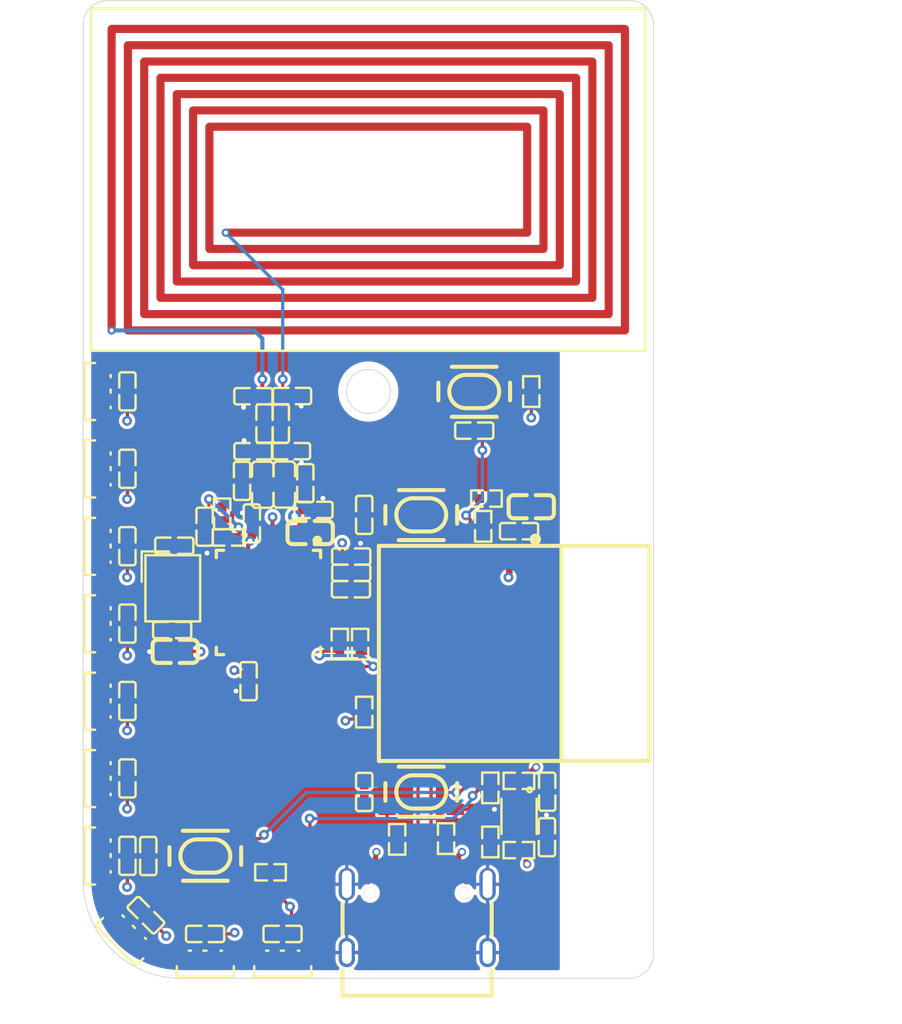
<source format=kicad_pcb>
(kicad_pcb (version 20241229) (generator "pcbnew") (generator_version "9.0")
  (layers (0 "F.Cu" signal) (4 "In1.Cu" signal) (6 "In2.Cu" signal) (2 "B.Cu" signal) (13 "F.Paste" user) (15 "B.Paste" user) (5 "F.SilkS" user "F.Silkscreen") (7 "B.SilkS" user "B.Silkscreen") (1 "F.Mask" user) (3 "B.Mask" user) (25 "Edge.Cuts" user))
  (net 0 "")
  (net 1 "-DOUT-6")
  (net 2 "SCK_P72")
  (net 3 "microcontroller.esp32_module.package.footprint.pins[6].net-net")
  (net 4 "nfc_reader.package.footprint.pins[13].net-net")
  (net 5 "MISO_P71")
  (net 6 "microcontroller.esp32_module.package.footprint.pins[26].net-net")
  (net 7 "usb_c.conn.footprint.pins[0].net-net")
  (net 8 "B8")
  (net 9 "microcontroller.esp32_module.package.footprint.pins[8].net-net")
  (net 10 "-DOUT-3")
  (net 11 "-DOUT-2")
  (net 12 "line-9")
  (net 13 "line-5")
  (net 14 "microcontroller.esp32_module.package.footprint.pins[17].net-net")
  (net 15 "nfc_reader-input")
  (net 16 "tx_1_mid")
  (net 17 "microcontroller.esp32_module.package.footprint.pins[27].net-net")
  (net 18 "hv-0")
  (net 19 "FB")
  (net 20 "input-2")
  (net 21 "line-11")
  (net 22 "microcontroller.esp32_module.package.footprint.pins[33].net-net")
  (net 23 "microcontroller.esp32_module.package.footprint.pins[20].net-net")
  (net 24 "P34_SIC_CLK")
  (net 25 "line-3")
  (net 26 "RX")
  (net 27 "EN")
  (net 28 "microcontroller.esp32_module.package.footprint.pins[16].net-net")
  (net 29 "SIGIN")
  (net 30 "line-10")
  (net 31 "microcontroller.esp32_module.package.footprint.pins[28].net-net")
  (net 32 "microcontroller.esp32_module.package.footprint.pins[21].net-net")
  (net 33 "A5")
  (net 34 "tx_2_mid")
  (net 35 "microcontroller.esp32_module.package.footprint.pins[1].net-net")
  (net 36 "P30_UART_RX")
  (net 37 "TX1")
  (net 38 "-DOUT-4")
  (net 39 "P31_UART_TX")
  (net 40 "microcontroller.esp32_module.package.footprint.pins[50].net-net")
  (net 41 "A8")
  (net 42 "nfc_reader-output")
  (net 43 "P33_INT1")
  (net 44 "P35")
  (net 45 "AUX2")
  (net 46 "AUX1")
  (net 47 "DNC")
  (net 48 "-DOUT-1")
  (net 49 "output-0")
  (net 50 "microcontroller.esp32_module.package.footprint.pins[52].net-net")
  (net 51 "-DOUT-5")
  (net 52 "output-3")
  (net 53 "B5")
  (net 54 "gnd")
  (net 55 "hv-1")
  (net 56 "line-2")
  (net 57 "leds[9]-DOUT")
  (net 58 "line-4")
  (net 59 "line-0")
  (net 60 "LOADMOD")
  (net 61 "SIGOUT")
  (net 62 "nfc_reader.package.footprint.pins[12].net-net")
  (net 63 "line-7")
  (net 64 "line-6")
  (net 65 "nfc_reader.package.footprint.pins[14].net-net")
  (net 66 "-DOUT-7")
  (net 67 "microcontroller.esp32_module.package.footprint.pins[25].net-net")
  (net 68 "TX2")
  (net 69 "P32_INT0")
  (net 70 "RSTPD_N")
  (net 71 "VMID")
  (net 72 "-DOUT-8")
  (net 73 "line-1")
  (net 74 "-DOUT-0")
  (net 75 "output-2")
  (net 76 "input-0")
  (net 77 "input-1")
  (net 78 "-line-0")
  (net 79 "line-8")
  (net 80 "-line-1")
  (net 81 "output-1")
  (footprint "UNI_ROYAL_0402WGF4702TCE:R0402" (layer "F.Cu") (at 7.49 27.6375 90)
    (property "Reference" "R3" (hide yes))
    (property "Value" "47kΩ ±1% 62.5mW")
  )
  (footprint "Samsung_Electro_Mechanics_CL05B104KO5NNNC:C0402" (layer "F.Cu") (at -13.64644 32.129494 135)
    (property "Reference" "C5" (hide yes))
    (property "Value" "100nF ±10% 16V X7R")
  )
  (footprint "UNI_ROYAL_0402WGF1002TCE:R0402" (layer "F.Cu") (at 10 0 -90)
    (property "Reference" "R1" (hide yes))
    (property "Value" "10kΩ ±1% 62.5mW")
  )
  (footprint "Samsung_Electro_Mechanics_CL05B104KO5NNNC:C0402" (layer "F.Cu") (at -0.25 24.5675 90)
    (property "Reference" "C13" (hide yes))
    (property "Value" "100nF ±10% 16V X7R")
  )
  (footprint "Samsung_Electro_Mechanics_CL05B104KO5NNNC:C0402" (layer "F.Cu") (at -1.045 11.1225)
    (property "Reference" "C17" (hide yes))
    (property "Value" "100nF ±10% 16V X7R")
  )
  (footprint "Samsung_Electro_Mechanics_CL05B104KO5NNNC:C0402" (layer "F.Cu") (at -14.780901 14.238017 90)
    (property "Reference" "C9" (hide yes))
    (property "Value" "100nF ±10% 16V X7R")
  )
  (footprint "OPSCO_Optoelectronics_SK6805SIDE_G_001:LED-SMD_4P-L3.5-W1.6_SK6805SIDE-G-001" (layer "F.Cu") (at -10 34.5)
    (property "Reference" "U3" (hide yes))
    (property "Value" "")
  )
  (footprint "Samsung_Electro_Mechanics_CL05B104KO5NNNC:C0402" (layer "F.Cu") (at -0.25 7.5675 -90)
    (property "Reference" "C14" (hide yes))
    (property "Value" "100nF ±10% 16V X7R")
  )
  (footprint "Samsung_Electro_Mechanics_CL05B104KO5NNNC:C0402" (layer "F.Cu") (at -7.145 8.0925 90)
    (property "Reference" "C24" (hide yes))
    (property "Value" "100nF ±10% 16V X7R")
  )
  (footprint "OPSCO_Optoelectronics_SK6805SIDE_G_001:LED-SMD_4P-L3.5-W1.6_SK6805SIDE-G-001" (layer "F.Cu") (at -16 28.5 -90)
    (property "Reference" "U5" (hide yes))
    (property "Value" "")
  )
  (footprint "UNI_ROYAL_0402WGF1001TCE:R0402" (layer "F.Cu") (at -8.596646 8.956726 180)
    (property "Reference" "R11" (hide yes))
    (property "Value" "1kΩ ±1% 62.5mW")
  )
  (footprint "OPSCO_Optoelectronics_SK6805SIDE_G_001:LED-SMD_4P-L3.5-W1.6_SK6805SIDE-G-001" (layer "F.Cu") (at -16 9.5 -90)
    (property "Reference" "U9" (hide yes))
    (property "Value" "")
  )
  (footprint "FH_0402CG101J500NT:C0402" (layer "F.Cu") (at -7.052243 0.288007 180)
    (property "Reference" "C31" (hide yes))
    (property "Value" "100pF ±5% 50V C0G")
  )
  (footprint "Samsung_Electro_Mechanics_CL05B104KO5NNNC:C0402" (layer "F.Cu") (at -6.367262 1.962389 90)
    (property "Reference" "C33" (hide yes))
    (property "Value" "100nF ±10% 16V X7R")
  )
  (footprint "Samsung_Electro_Mechanics_CL05B104KO5NNNC:C0402" (layer "F.Cu") (at -5.366601 1.969751 90)
    (property "Reference" "C30" (hide yes))
    (property "Value" "100nF ±10% 16V X7R")
  )
  (footprint "UNI_ROYAL_0402WGF1002TCE:R0402" (layer "F.Cu") (at 9.24 23.8875 180)
    (property "Reference" "R6" (hide yes))
    (property "Value" "10kΩ ±1% 62.5mW")
  )
  (footprint "UNI_ROYAL_0402WGF2001TCE:R0402" (layer "F.Cu") (at 7.49 24.3175 -90)
    (property "Reference" "R5" (hide yes))
    (property "Value" "2kΩ ±1% 62.5mW")
  )
  (footprint "Samsung_Electro_Mechanics_CL05A105KA5NQNC:C0402" (layer "F.Cu") (at 10.978139 24.552104 -90)
    (property "Reference" "C1" (hide yes))
    (property "Value" "1µF ±10% 25V X5R")
  )
  (footprint "UNI_ROYAL_0402WGF1002TCE:R0402" (layer "F.Cu") (at -1.75 15.5 90)
    (property "Reference" "R13" (hide yes))
    (property "Value" "10kΩ ±1% 62.5mW")
  )
  (footprint "YAGEO_CC0402JRNPO9BN200:C0402" (layer "F.Cu") (at -12.035 14.6325 180)
    (property "Reference" "C20" (hide yes))
    (property "Value" "20pF ±5% 50V C0G")
  )
  (footprint "Samsung_Electro_Mechanics_CL05B104KO5NNNC:C0402" (layer "F.Cu") (at -13.5 28.5 90)
    (property "Reference" "C37" (hide yes))
    (property "Value" "100nF ±10% 16V X7R")
  )
  (footprint "FH_0402CG101J500NT:C0402" (layer "F.Cu") (at -4.676911 0.276274)
    (property "Reference" "C28" (hide yes))
    (property "Value" "100pF ±5% 50V C0G")
  )
  (footprint "Samsung_Electro_Mechanics_CL05B104KO5NNNC:C0402" (layer "F.Cu") (at -7.745 5.4825 -90)
    (property "Reference" "C26" (hide yes))
    (property "Value" "100nF ±10% 16V X7R")
  )
  (footprint "UNI_ROYAL_0402WGF1002TCE:R0402" (layer "F.Cu") (at -0.25 19.6675 -90)
    (property "Reference" "R8" (hide yes))
    (property "Value" "10kΩ ±1% 62.5mW")
  )
  (footprint "Neurotech_NFCAntenna:NFCAntenna" (layer "F.Cu") (at -16 -22.5)
    (property "Reference" "ANT1" (hide yes))
    (property "Value" "")
  )
  (footprint "OPSCO_Optoelectronics_SK6805SIDE_G_001:LED-SMD_4P-L3.5-W1.6_SK6805SIDE-G-001" (layer "F.Cu") (at -16 0 -90)
    (property "Reference" "U11" (hide yes))
    (property "Value" "")
  )
  (footprint "UNI_ROYAL_0402WGF1503TCE:R0402" (layer "F.Cu") (at 9.24 28.1375 180)
    (property "Reference" "R4" (hide yes))
    (property "Value" "150kΩ ±1% 62.5mW")
  )
  (footprint "Samsung_Electro_Mechanics_CL05B104KO5NNNC:C0402" (layer "F.Cu") (at -14.780901 23.738017 90)
    (property "Reference" "C7" (hide yes))
    (property "Value" "100nF ±10% 16V X7R")
  )
  (footprint "Samsung_Electro_Mechanics_CL10A226MQ8NRNC:C0603" (layer "F.Cu") (at 10 7.0675)
    (property "Reference" "C15" (hide yes))
    (property "Value" "22µF ±20% 6.3V X5R")
  )
  (footprint "Yangxing_Tech_X32252712MSB4SI:CRYSTAL-SMD_4P-L3.2-W2.5-BL" (layer "F.Cu") (at -11.995 12.0725 -90)
    (property "Reference" "X1" (hide yes))
    (property "Value" "")
  )
  (footprint "TI_TLV75901PDRVR:WSON-6_L2.0-W2.0-P0.65-TL-EP" (layer "F.Cu") (at 9.25 26.0675 -90)
    (property "Reference" "U1" (hide yes))
    (property "Value" "")
  )
  (footprint "ALPSALPINE_SKRPACE010:KEY-SMD_4P-L4.2-W3.2-P2.20-LS4.6" (layer "F.Cu") (at 3.25 24.5675 180)
    (property "Reference" "SW3" (hide yes))
    (property "Value" "")
  )
  (footprint "UNI_ROYAL_0402WGF1002TCE:R0402" (layer "F.Cu") (at -6 29.5)
    (property "Reference" "R2" (hide yes))
    (property "Value" "10kΩ ±1% 62.5mW")
  )
  (footprint "ALPSALPINE_SKRPACE010:KEY-SMD_4P-L4.2-W3.2-P2.20-LS4.6" (layer "F.Cu") (at -10 28.5 180)
    (property "Reference" "SW2" (hide yes))
    (property "Value" "")
  )
  (footprint "Samsung_Electro_Mechanics_CL05B104KO5NNNC:C0402" (layer "F.Cu") (at -10.011983 33.280901 180)
    (property "Reference" "C4" (hide yes))
    (property "Value" "100nF ±10% 16V X7R")
  )
  (footprint "UNI_ROYAL_0402WGF4701TCE:R0402" (layer "F.Cu") (at 1.772949 27.477503 90)
    (property "Reference" "R14" (hide yes))
    (property "Value" "4.7kΩ ±1% 62.5mW")
  )
  (footprint "Samsung_Electro_Mechanics_CL05B104KO5NNNC:C0402" (layer "F.Cu") (at -14.780901 18.988017 90)
    (property "Reference" "C8" (hide yes))
    (property "Value" "100nF ±10% 16V X7R")
  )
  (footprint "FH_0402B221K500NT:C0402" (layer "F.Cu") (at -7.047937 3.660921 180)
    (property "Reference" "C32" (hide yes))
    (property "Value" "220pF ±10% 50V X7R")
  )
  (footprint "OPSCO_Optoelectronics_SK6805SIDE_G_001:LED-SMD_4P-L3.5-W1.6_SK6805SIDE-G-001" (layer "F.Cu") (at -5.25 34.5)
    (property "Reference" "U2" (hide yes))
    (property "Value" "")
  )
  (footprint "Murata_Electronics_LQW18CNR56J00D:IND-SMD_L1.6-W0.8-1" (layer "F.Cu") (at -6.465 5.7125 90)
    (property "Reference" "L2" (hide yes))
    (property "Value" "")
  )
  (footprint "YAGEO_CC0402JRNPO9BN200:C0402" (layer "F.Cu") (at -11.905 9.4625)
    (property "Reference" "C19" (hide yes))
    (property "Value" "20pF ±5% 50V C0G")
  )
  (footprint "Samsung_Electro_Mechanics_CL05B104KO5NNNC:C0402" (layer "F.Cu") (at -14.780901 9.488017 90)
    (property "Reference" "C10" (hide yes))
    (property "Value" "100nF ±10% 16V X7R")
  )
  (footprint "ALPSALPINE_SKRPACE010:KEY-SMD_4P-L4.2-W3.2-P2.20-LS4.6" (layer "F.Cu") (at 3.25 7.5675)
    (property "Reference" "SW4" (hide yes))
    (property "Value" "")
  )
  (footprint "Samsung_Electro_Mechanics_CL05B104KO5NNNC:C0402" (layer "F.Cu") (at -7.345 17.7725 -90)
    (property "Reference" "C25" (hide yes))
    (property "Value" "100nF ±10% 16V X7R")
  )
  (footprint "Samsung_Electro_Mechanics_CL05B104KO5NNNC:C0402" (layer "F.Cu") (at -3.865 5.6225 90)
    (property "Reference" "C27" (hide yes))
    (property "Value" "100nF ±10% 16V X7R")
  )
  (footprint "NXP_Semicon_PN5321A3HN_C106_51:QFN-40_L6.0-W6.0-P0.50-BL-EP4.1" (layer "F.Cu") (at -6.125 12.9425 180)
    (property "Reference" "U13" (hide yes))
    (property "Value" "")
  )
  (footprint "OPSCO_Optoelectronics_SK6805SIDE_G_001:LED-SMD_4P-L3.5-W1.6_SK6805SIDE-G-001" (layer "F.Cu") (at -16 14.25 -90)
    (property "Reference" "U8" (hide yes))
    (property "Value" "")
  )
  (footprint "Samsung_Electro_Mechanics_CL05B104KO5NNNC:C0402" (layer "F.Cu") (at -14.780901 -0.011983 90)
    (property "Reference" "C12" (hide yes))
    (property "Value" "100nF ±10% 16V X7R")
  )
  (footprint "Samsung_Electro_Mechanics_CL05B104KO5NNNC:C0402" (layer "F.Cu") (at 9.25 8.5675)
    (property "Reference" "C16" (hide yes))
    (property "Value" "100nF ±10% 16V X7R")
  )
  (footprint "kinghelm_KH_TYPE_C_16P:USB-C-SMD_KH-TYPE-C-16P" (layer "F.Cu") (at 3 32)
    (property "Reference" "USB1" (hide yes))
    (property "Value" "")
  )
  (footprint "Samsung_Electro_Mechanics_CL10A106MQ8NNNC:C0603" (layer "F.Cu") (at -3.565 8.6525)
    (property "Reference" "C23" (hide yes))
    (property "Value" "10µF ±20% 6.3V X5R")
  )
  (footprint "OPSCO_Optoelectronics_SK6805SIDE_G_001:LED-SMD_4P-L3.5-W1.6_SK6805SIDE-G-001" (layer "F.Cu") (at -14.5 33 -45)
    (property "Reference" "U4" (hide yes))
    (property "Value" "")
  )
  (footprint "Samsung_Electro_Mechanics_CL05B104KO5NNNC:C0402" (layer "F.Cu") (at -14.780901 28.488017 90)
    (property "Reference" "C6" (hide yes))
    (property "Value" "100nF ±10% 16V X7R")
  )
  (footprint "UNI_ROYAL_0402WGF1002TCE:R0402" (layer "F.Cu") (at -0.5 15.5 90)
    (property "Reference" "R12" (hide yes))
    (property "Value" "10kΩ ±1% 62.5mW")
  )
  (footprint "OPSCO_Optoelectronics_SK6805SIDE_G_001:LED-SMD_4P-L3.5-W1.6_SK6805SIDE-G-001" (layer "F.Cu") (at -16 19 -90)
    (property "Reference" "U7" (hide yes))
    (property "Value" "")
  )
  (footprint "Samsung_Electro_Mechanics_CL05B104KO5NNNC:C0402" (layer "F.Cu") (at -1.065 12.1325)
    (property "Reference" "C18" (hide yes))
    (property "Value" "100nF ±10% 16V X7R")
  )
  (footprint "Samsung_Electro_Mechanics_CL05B104KO5NNNC:C0402" (layer "F.Cu") (at -10.045 8.2925 -90)
    (property "Reference" "C35" (hide yes))
    (property "Value" "100nF ±10% 16V X7R")
  )
  (footprint "Espressif_Systems_ESP32_C3_MINI_1_N4:WIFIM-SMD_ESP32-C3-MINI-1" (layer "F.Cu") (at 6.25 16.0675 -90)
    (property "Reference" "U12" (hide yes))
    (property "Value" "")
  )
  (footprint "ALPSALPINE_SKRPACE010:KEY-SMD_4P-L4.2-W3.2-P2.20-LS4.6" (layer "F.Cu") (at 6.5 0)
    (property "Reference" "SW1" (hide yes))
    (property "Value" "")
  )
  (footprint "Samsung_Electro_Mechanics_CL05B104KO5NNNC:C0402" (layer "F.Cu") (at -14.780901 4.738017 90)
    (property "Reference" "C11" (hide yes))
    (property "Value" "100nF ±10% 16V X7R")
  )
  (footprint "FH_0402B221K500NT:C0402" (layer "F.Cu") (at -4.742266 3.657294)
    (property "Reference" "C29" (hide yes))
    (property "Value" "220pF ±10% 50V X7R")
  )
  (footprint "UNI_ROYAL_0402WGF1002TCE:R0402" (layer "F.Cu") (at 7.05 8.2675 90)
    (property "Reference" "R7" (hide yes))
    (property "Value" "10kΩ ±1% 62.5mW")
  )
  (footprint "OPSCO_Optoelectronics_SK6805SIDE_G_001:LED-SMD_4P-L3.5-W1.6_SK6805SIDE-G-001" (layer "F.Cu") (at -16 4.75 -90)
    (property "Reference" "U10" (hide yes))
    (property "Value" "")
  )
  (footprint "Samsung_Electro_Mechanics_CL05B104KO5NNNC:C0402" (layer "F.Cu") (at 6.5 2.4)
    (property "Reference" "C36" (hide yes))
    (property "Value" "100nF ±10% 16V X7R")
  )
  (footprint "OPSCO_Optoelectronics_SK6805SIDE_G_001:LED-SMD_4P-L3.5-W1.6_SK6805SIDE-G-001" (layer "F.Cu") (at -16 23.75 -90)
    (property "Reference" "U6" (hide yes))
    (property "Value" "")
  )
  (footprint "UNI_ROYAL_0402WGF4701TCE:R0402" (layer "F.Cu") (at 4.773595 27.43043 90)
    (property "Reference" "R15" (hide yes))
    (property "Value" "4.7kΩ ±1% 62.5mW")
  )
  (footprint "Murata_Electronics_LQW18CNR56J00D:IND-SMD_L1.6-W0.8-1" (layer "F.Cu") (at -5.145 5.7025 90)
    (property "Reference" "L1" (hide yes))
    (property "Value" "")
  )
  (footprint "Samsung_Electro_Mechanics_CL10A106MQ8NNNC:C0603" (layer "F.Cu") (at -11.845 15.9425 180)
    (property "Reference" "C21" (hide yes))
    (property "Value" "10µF ±20% 6.3V X5R")
  )
  (footprint "UNI_ROYAL_0402WGF1002TCE:R0402" (layer "F.Cu") (at 7.25 6.5675)
    (property "Reference" "R9" (hide yes))
    (property "Value" "10kΩ ±1% 62.5mW")
  )
  (footprint "Samsung_Electro_Mechanics_CL05B104KO5NNNC:C0402" (layer "F.Cu") (at -3.365 7.2625)
    (property "Reference" "C22" (hide yes))
    (property "Value" "100nF ±10% 16V X7R")
  )
  (footprint "Samsung_Electro_Mechanics_CL05B104KO5NNNC:C0402" (layer "F.Cu") (at -1.045 10.1225)
    (property "Reference" "C34" (hide yes))
    (property "Value" "100nF ±10% 16V X7R")
  )
  (footprint "Samsung_Electro_Mechanics_CL05B104KO5NNNC:C0402" (layer "F.Cu") (at -5.261983 33.280901 180)
    (property "Reference" "C3" (hide yes))
    (property "Value" "100nF ±10% 16V X7R")
  )
  (footprint "UNI_ROYAL_0402WGF1001TCE:R0402" (layer "F.Cu") (at -8.965 7.504101 -90)
    (property "Reference" "R10" (hide yes))
    (property "Value" "1kΩ ±1% 62.5mW")
  )
  (footprint "Samsung_Electro_Mechanics_CL05A105KA5NQNC:C0402" (layer "F.Cu") (at 10.960399 27.346152 90)
    (property "Reference" "C2" (hide yes))
    (property "Value" "1µF ±10% 25V X5R")
  )
  (gr_arc (start 16 -24) (mid 17.06066 -23.56066) (end 17.5 -22.5) (stroke (width 0.05)) (layer "Edge.Cuts"))
  (gr_line (start -17.5 -22.5) (end -17.5 30) (stroke (width 0.05)) (layer "Edge.Cuts"))
  (gr_arc (start 17.5 34.5) (mid 17.06066 35.56066) (end 16 36) (stroke (width 0.05)) (layer "Edge.Cuts"))
  (gr_line (start 16 -24) (end -16 -24) (stroke (width 0.05)) (layer "Edge.Cuts"))
  (gr_arc (start -17.5 -22.5) (mid -17.06066 -23.56066) (end -16 -24) (stroke (width 0.05)) (layer "Edge.Cuts"))
  (gr_line (start 17.5 34.5) (end 17.5 -22.5) (stroke (width 0.05)) (layer "Edge.Cuts"))
  (gr_circle (center 0 0) (end 1.35 0) (stroke (width 0.05)) (fill no) (layer "Edge.Cuts"))
  (gr_arc (start -11.5 36) (mid -15.742641 34.242641) (end -17.5 30) (stroke (width 0.05)) (layer "Edge.Cuts"))
  (gr_line (start -11.5 36) (end 16 36) (stroke (width 0.05)) (layer "Edge.Cuts"))
  (segment (start -15.94 11.17) (end -15.94 12.59) (width 0.2) (layer "F.Cu") (net 1))
  (segment (start -15.94 26.84) (end -15.94 25.42) (width 0.2) (layer "F.Cu") (net 10))
  (segment (start -15.94 30.17) (end -15.94 31.475147) (width 0.2) (layer "F.Cu") (net 11))
  (segment (start -15.94 31.475147) (end -15.631371 31.783776) (width 0.2) (layer "F.Cu") (net 11))
  (segment (start 1.2155 17.802) (end -4.8322 17.802) (width 0.2) (layer "F.Cu") (net 12))
  (segment (start -4.8322 17.802) (end -5.875 16.7592) (width 0.2) (layer "F.Cu") (net 12))
  (segment (start -5.875 16.7592) (end -5.875 15.9425) (width 0.2) (layer "F.Cu") (net 12))
  (segment (start 1.35 17.6675) (end 1.2155 17.802) (width 0.2) (layer "F.Cu") (net 12))
  (segment (start -9.146 12.1715) (end -9.125 12.1925) (width 0.2) (layer "F.Cu") (net 15))
  (segment (start -12.845 10.9725) (end -12.845 11.1745) (width 0.2) (layer "F.Cu") (net 15))
  (segment (start -11.848 12.1715) (end -9.146 12.1715) (width 0.2) (layer "F.Cu") (net 15))
  (segment (start -12.845 11.1745) (end -11.848 12.1715) (width 0.2) (layer "F.Cu") (net 15))
  (segment (start -12.845 10.9725) (end -12.845 9.8525) (width 0.2) (layer "F.Cu") (net 15))
  (segment (start -12.845 9.8525) (end -12.455 9.4625) (width 0.2) (layer "F.Cu") (net 15))
  (segment (start -5.366601 2.519751) (end -5.366601 4.810472) (width 0.25) (layer "F.Cu") (net 16))
  (segment (start -5.366601 4.810472) (end -5.27236 4.904713) (width 0.25) (layer "F.Cu") (net 16))
  (segment (start -3.865 7.2125) (end -3.915 7.2625) (width 0.2) (layer "F.Cu") (net 18))
  (segment (start -3.865 6.1725) (end -3.865 7.2125) (width 0.2) (layer "F.Cu") (net 18))
  (segment (start -11.145 15.9425) (end -10.315 15.9425) (width 0.2) (layer "F.Cu") (net 18))
  (segment (start -14.780901 16.180901) (end -14.8 16.2) (width 0.2) (layer "F.Cu") (net 18))
  (segment (start -16.021983 14.788017) (end -16.06 14.75) (width 0.2) (layer "F.Cu") (net 18))
  (segment (start -5.875 7.7025) (end -5.875 9.9025) (width 0.25) (layer "F.Cu") (net 18))
  (segment (start -16.021983 29.038017) (end -16.06 29) (width 0.2) (layer "F.Cu") (net 18))
  (segment (start -14.780901 14.788017) (end -16.021983 14.788017) (width 0.2) (layer "F.Cu") (net 18))
  (segment (start -16.021983 10.038017) (end -16.06 10) (width 0.2) (layer "F.Cu") (net 18))
  (segment (start 10 0.43) (end 10 1.6) (width 0.2) (layer "F.Cu") (net 18))
  (segment (start 7.05 7.8375) (end 7.65 7.8375) (width 0.2) (layer "F.Cu") (net 18))
  (segment (start -8.105 17.2225) (end -8.225 17.1025) (width 0.2) (layer "F.Cu") (net 18))
  (segment (start 9.67 23.8875) (end 9.67 23.68) (width 0.4) (layer "F.Cu") (net 18))
  (segment (start 8.65 10.1675) (end 8.65 11.35) (width 0.4) (layer "F.Cu") (net 18))
  (segment (start -3.125 11.1925) (end -1.665 11.1925) (width 0.2) (layer "F.Cu") (net 18))
  (segment (start -4.176752 7.308872) (end -4.525 7.65712) (width 0.25) (layer "F.Cu") (net 18))
  (segment (start -14.780901 1.780901) (end -14.8 1.8) (width 0.2) (layer "F.Cu") (net 18))
  (segment (start -14.780901 6.580901) (end -14.8 6.6) (width 0.2) (layer "F.Cu") (net 18))
  (segment (start -1.615 10.1425) (end -1.595 10.1225) (width 0.2) (layer "F.Cu") (net 18))
  (segment (start -9.545 13.1925) (end -9.125 13.1925) (width 0.2) (layer "F.Cu") (net 18))
  (segment (start -13.257531 32.518403) (end -13.257531 32.542469) (width 0.2) (layer "F.Cu") (net 18))
  (segment (start -10.075 13.7225) (end -9.545 13.1925) (width 0.2) (layer "F.Cu") (net 18))
  (segment (start -1.815 10.1225) (end -1.595 10.1225) (width 0.2) (layer "F.Cu") (net 18))
  (segment (start -4.711983 33.280901) (end -4.711983 34.521983) (width 0.2) (layer "F.Cu") (net 18))
  (segment (start -14.780901 10.038017) (end -16.021983 10.038017) (width 0.2) (layer "F.Cu") (net 18))
  (segment (start -14.780901 24.288017) (end -16.021983 24.288017) (width 0.2) (layer "F.Cu") (net 18))
  (segment (start -14.780901 29.038017) (end -14.780901 30.380901) (width 0.2) (layer "F.Cu") (net 18))
  (segment (start -1.75 15.07) (end -1.75 13.55) (width 0.2) (layer "F.Cu") (net 18))
  (segment (start -14.780901 30.380901) (end -14.8 30.4) (width 0.2) (layer "F.Cu") (net 18))
  (segment (start -13.257531 32.518402) (end -14.135109 33.39598) (width 0.2) (layer "F.Cu") (net 18))
  (segment (start -2.385 10.6925) (end -1.815 10.1225) (width 0.2) (layer "F.Cu") (net 18))
  (segment (start -4.711983 34.521983) (end -4.75 34.56) (width 0.2) (layer "F.Cu") (net 18))
  (segment (start -1.675 12.1925) (end -1.615 12.1325) (width 0.2) (layer "F.Cu") (net 18))
  (segment (start -1.595 10.1225) (end -1.595 9.3025) (width 0.2) (layer "F.Cu") (net 18))
  (segment (start -1.6 13.4) (end -1.615 13.385) (width 0.2) (layer "F.Cu") (net 18))
  (segment (start -14.780901 20.780901) (end -14.8 20.8) (width 0.2) (layer "F.Cu") (net 18))
  (segment (start -9.461983 33.280901) (end -9.461983 34.521983) (width 0.2) (layer "F.Cu") (net 18))
  (segment (start -0.25 20.0975) (end -1.2975 20.0975) (width 0.2) (layer "F.Cu") (net 18))
  (segment (start -1.75 13.55) (end -1.6 13.4) (width 0.2) (layer "F.Cu") (net 18))
  (segment (start -10.075 14.8725) (end -10.075 13.7225) (width 0.2) (layer "F.Cu") (net 18))
  (segment (start -13.257531 32.542469) (end -12.4 33.4) (width 0.2) (layer "F.Cu") (net 18))
  (segment (start -14.780901 25.580901) (end -14.8 25.6) (width 0.2) (layer "F.Cu") (net 18))
  (segment (start -4.222777 8.492214) (end -4.222777 7.959343) (width 0.25) (layer "F.Cu") (net 18))
  (segment (start -4.711983 31.688017) (end -4.8 31.6) (width 0.2) (layer "F.Cu") (net 18))
  (segment (start -7.375 9.287464) (end -7.375 9.9025) (width 0.25) (layer "F.Cu") (net 18))
  (segment (start -3.125 10.6925) (end -2.385 10.6925) (width 0.2) (layer "F.Cu") (net 18))
  (segment (start -14.780901 19.538017) (end -14.780901 20.780901) (width 0.2) (layer "F.Cu") (net 18))
  (segment (start 9.67 23.68) (end 10.3 23.05) (width 0.4) (layer "F.Cu") (net 18))
  (segment (start -14.780901 11.380901) (end -14.8 11.4) (width 0.2) (layer "F.Cu") (net 18))
  (segment (start -16.021983 24.288017) (end -16.06 24.25) (width 0.2) (layer "F.Cu") (net 18))
  (segment (start 8.65 11.35) (end 8.6 11.4) (width 0.4) (layer "F.Cu") (net 18))
  (segment (start 8.65 8.6175) (end 8.7 8.5675) (width 0.4) (layer "F.Cu") (net 18))
  (segment (start -4.8 31.6) (end -5.57 30.83) (width 0.2) (layer "F.Cu") (net 18))
  (segment (start -5.57 30.83) (end -5.57 29.5) (width 0.2) (layer "F.Cu") (net 18))
  (segment (start -14.135109 33.39598) (end -14.188873 33.39598) (width 0.2) (layer "F.Cu") (net 18))
  (segment (start 7.68 7.8075) (end 7.65 7.8375) (width 0.2) (layer "F.Cu") (net 18))
  (segment (start -7.255229 9.167693) (end -7.375 9.287464) (width 0.25) (layer "F.Cu") (net 18))
  (segment (start 8.65 10.1675) (end 8.65 8.6175) (width 0.4) (layer "F.Cu") (net 18))
  (segment (start -3.125 12.1925) (end -1.675 12.1925) (width 0.2) (layer "F.Cu") (net 18))
  (segment (start -14.780901 14.788017) (end -14.780901 16.180901) (width 0.2) (layer "F.Cu") (net 18))
  (segment (start -14.780901 0.538017) (end -16.021983 0.538017) (width 0.2) (layer "F.Cu") (net 18))
  (segment (start -1.615 12.1325) (end -1.615 10.1425) (width 0.2) (layer "F.Cu") (net 18))
  (segment (start -11.145 15.9425) (end -10.075 14.8725) (width 0.2) (layer "F.Cu") (net 18))
  (segment (start -9.461983 34.521983) (end -9.5 34.56) (width 0.2) (layer "F.Cu") (net 18))
  (segment (start -9.461983 33.280901) (end -8.280901 33.280901) (width 0.2) (layer "F.Cu") (net 18))
  (segment (start -4.222777 7.959343) (end -4.525 7.65712) (width 0.25) (layer "F.Cu") (net 18))
  (segment (start 9.9 24.1175) (end 9.67 23.8875) (width 0.15) (layer "F.Cu") (net 18))
  (segment (start 10.935396 24.002104) (end 9.9 25.0375) (width 0.15) (layer "F.Cu") (net 18))
  (segment (start 9.9 25.0375) (end 9.9 24.1175) (width 0.15) (layer "F.Cu") (net 18))
  (segment (start 10.978139 24.002104) (end 10.935396 24.002104) (width 0.15) (layer "F.Cu") (net 18))
  (segment (start -16.021983 5.288017) (end -16.06 5.25) (width 0.2) (layer "F.Cu") (net 18))
  (segment (start 7.68 6.5675) (end 7.68 7.8075) (width 0.2) (layer "F.Cu") (net 18))
  (segment (start -10.315 15.9425) (end -10.295 15.9625) (width 0.2) (layer "F.Cu") (net 18))
  (segment (start -14.780901 0.538017) (end -14.780901 1.780901) (width 0.2) (layer "F.Cu") (net 18))
  (segment (start -4.711983 33.280901) (end -4.711983 31.688017) (width 0.2) (layer "F.Cu") (net 18))
  (segment (start -14.780901 19.538017) (end -16.021983 19.538017) (width 0.2) (layer "F.Cu") (net 18))
  (segment (start -16.021983 0.538017) (end -16.06 0.5) (width 0.2) (layer "F.Cu") (net 18))
  (segment (start -7.345 17.2225) (end -7.345 15.9725) (width 0.2) (layer "F.Cu") (net 18))
  (segment (start -1.615 13.385) (end -1.615 12.1325) (width 0.2) (layer "F.Cu") (net 18))
  (segment (start -8.280901 33.280901) (end -8.2 33.2) (width 0.2) (layer "F.Cu") (net 18))
  (segment (start -14.780901 24.288017) (end -14.780901 25.580901) (width 0.2) (layer "F.Cu") (net 18))
  (segment (start -7.345 17.2225) (end -8.105 17.2225) (width 0.2) (layer "F.Cu") (net 18))
  (segment (start -16.021983 19.538017) (end -16.06 19.5) (width 0.2) (layer "F.Cu") (net 18))
  (segment (start -1.665 11.1925) (end -1.595 11.1225) (width 0.2) (layer "F.Cu") (net 18))
  (segment (start -7.345 15.9725) (end -7.375 15.9425) (width 0.2) (layer "F.Cu") (net 18))
  (segment (start -14.780901 5.288017) (end -14.780901 6.580901) (width 0.2) (layer "F.Cu") (net 18))
  (segment (start 8.53 7.8375) (end 8.7 7.6675) (width 0.2) (layer "F.Cu") (net 18))
  (segment (start -1.2975 20.0975) (end -1.4 20.2) (width 0.2) (layer "F.Cu") (net 18))
  (segment (start -0.5 15.07) (end -1.75 15.07) (width 0.2) (layer "F.Cu") (net 18))
  (segment (start -1.595 9.3025) (end -1.605 9.2925) (width 0.2) (layer "F.Cu") (net 18))
  (segment (start -3.884772 7.308872) (end -4.176752 7.308872) (width 0.25) (layer "F.Cu") (net 18))
  (segment (start -14.780901 29.038017) (end -16.021983 29.038017) (width 0.2) (layer "F.Cu") (net 18))
  (segment (start 8.7 8.5675) (end 8.7 7.6675) (width 0.4) (layer "F.Cu") (net 18))
  (segment (start -14.780901 10.038017) (end -14.780901 11.380901) (width 0.2) (layer "F.Cu") (net 18))
  (segment (start 8.7 7.6675) (end 9.3 7.0675) (width 0.4) (layer "F.Cu") (net 18))
  (segment (start -14.780901 5.288017) (end -16.021983 5.288017) (width 0.2) (layer "F.Cu") (net 18))
  (segment (start 7.65 7.8375) (end 8.53 7.8375) (width 0.2) (layer "F.Cu") (net 18))
  (via (at -4.8 31.6) (size 0.6) (drill 0.3) (layers "F.Cu" "B.Cu") (net 18))
  (via (at -14.8 25.6) (size 0.6) (drill 0.3) (layers "F.Cu" "B.Cu") (net 18))
  (via (at -1.4 20.2) (size 0.6) (drill 0.3) (layers "F.Cu" "B.Cu") (net 18))
  (via (at -4.525 7.65712) (size 0.8) (drill 0.4) (layers "F.Cu" "B.Cu") (net 18))
  (via (at -8.225 17.1025) (size 0.6) (drill 0.3) (layers "F.Cu" "B.Cu") (net 18))
  (via (at -12.4 33.4) (size 0.6) (drill 0.3) (layers "F.Cu" "B.Cu") (net 18))
  (via (at -14.8 11.4) (size 0.6) (drill 0.3) (layers "F.Cu" "B.Cu") (net 18))
  (via (at -14.8 16.2) (size 0.6) (drill 0.3) (layers "F.Cu" "B.Cu") (net 18))
  (via (at 8.6 11.4) (size 0.6) (drill 0.3) (layers "F.Cu" "B.Cu") (net 18))
  (via (at -14.8 6.6) (size 0.6) (drill 0.3) (layers "F.Cu" "B.Cu") (net 18))
  (via (at -1.605 9.2925) (size 0.6) (drill 0.3) (layers "F.Cu" "B.Cu") (net 18))
  (via (at -14.8 1.8) (size 0.6) (drill 0.3) (layers "F.Cu" "B.Cu") (net 18))
  (via (at -10.295 15.9625) (size 0.6) (drill 0.3) (layers "F.Cu" "B.Cu") (net 18))
  (via (at 10.3 23.05) (size 0.5) (drill 0.3) (layers "F.Cu" "B.Cu") (net 18))
  (via (at -14.8 20.8) (size 0.6) (drill 0.3) (layers "F.Cu" "B.Cu") (net 18))
  (via (at -8.2 33.2) (size 0.6) (drill 0.3) (layers "F.Cu" "B.Cu") (net 18))
  (via (at -5.875 7.7025) (size 0.6) (drill 0.3) (layers "F.Cu" "B.Cu") (net 18))
  (via (at -14.8 30.4) (size 0.6) (drill 0.3) (layers "F.Cu" "B.Cu") (net 18))
  (via (at 10 1.6) (size 0.6) (drill 0.3) (layers "F.Cu" "B.Cu") (net 18))
  (via (at -7.255229 9.167693) (size 0.6) (drill 0.3) (layers "F.Cu" "B.Cu") (net 18))
  (segment (start 9.25 24.8325) (end 8.81 24.3925) (width 0.15) (layer "F.Cu") (net 19))
  (segment (start 8.81 23.8875) (end 7.49 23.8875) (width 0.15) (layer "F.Cu") (net 19))
  (segment (start 9.25 25.0375) (end 9.25 24.8325) (width 0.15) (layer "F.Cu") (net 19))
  (segment (start 8.81 24.3925) (end 8.81 23.8875) (width 0.15) (layer "F.Cu") (net 19))
  (segment (start 5.35 6.4975) (end 6.75 6.4975) (width 0.2) (layer "F.Cu") (net 20))
  (segment (start 1.02 6.4975) (end 0.5 7.0175) (width 0.2) (layer "F.Cu") (net 20))
  (segment (start 0.5 7.0175) (end -0.25 7.0175) (width 0.2) (layer "F.Cu") (net 20))
  (segment (start 6.75 6.4975) (end 6.82 6.5675) (width 0.2) (layer "F.Cu") (net 20))
  (segment (start 1.15 6.4975) (end 1.02 6.4975) (width 0.2) (layer "F.Cu") (net 20))
  (segment (start 1.35 19.2675) (end -0.22 19.2675) (width 0.2) (layer "F.Cu") (net 21))
  (segment (start -0.22 19.2675) (end -0.25 19.2375) (width 0.2) (layer "F.Cu") (net 21))
  (segment (start -0.5 16.5) (end -0.5 15.93) (width 0.2) (layer "F.Cu") (net 25))
  (segment (start -4.5 17) (end -1 17) (width 0.2) (layer "F.Cu") (net 25))
  (segment (start -1 17) (end -0.5 16.5) (width 0.2) (layer "F.Cu") (net 25))
  (segment (start -4.875 16.625) (end -4.5 17) (width 0.2) (layer "F.Cu") (net 25))
  (segment (start -0.3625 16.0675) (end -0.5 15.93) (width 0.2) (layer "F.Cu") (net 25))
  (segment (start -4.875 15.9425) (end -4.875 16.625) (width 0.2) (layer "F.Cu") (net 25))
  (segment (start 1.35 16.0675) (end -0.3625 16.0675) (width 0.2) (layer "F.Cu") (net 25))
  (segment (start -9.026646 8.956726) (end -9.026646 7.995747) (width 0.25) (layer "F.Cu") (net 26))
  (segment (start -8.855 9.9025) (end -9.026646 9.730854) (width 0.25) (layer "F.Cu") (net 26))
  (segment (start -9.026646 9.730854) (end -9.026646 8.956726) (width 0.25) (layer "F.Cu") (net 26))
  (segment (start -8.355 7.844101) (end -8.355 6.6425) (width 0.25) (layer "F.Cu") (net 26))
  (segment (start -8.355 6.6425) (end -7.745 6.0325) (width 0.25) (layer "F.Cu") (net 26))
  (segment (start -8.965 7.934101) (end -8.445 7.934101) (width 0.25) (layer "F.Cu") (net 26))
  (segment (start -8.375 9.9025) (end -8.855 9.9025) (width 0.25) (layer "F.Cu") (net 26))
  (segment (start -9.026646 7.995747) (end -8.965 7.934101) (width 0.25) (layer "F.Cu") (net 26))
  (segment (start -8.445 7.934101) (end -8.355 7.844101) (width 0.25) (layer "F.Cu") (net 26))
  (segment (start 8.6 27.0975) (end 8.6 27.6775) (width 0.15) (layer "F.Cu") (net 27))
  (segment (start 8.81 27.8875) (end 8.81 28.1375) (width 0.15) (layer "F.Cu") (net 27))
  (segment (start 8.74 28.0675) (end 8.81 28.1375) (width 0.15) (layer "F.Cu") (net 27))
  (segment (start 8.6 27.6775) (end 8.81 27.8875) (width 0.15) (layer "F.Cu") (net 27))
  (segment (start 7.49 28.0675) (end 8.74 28.0675) (width 0.15) (layer "F.Cu") (net 27))
  (segment (start -6.375 16.8263) (end -4.7338 18.4675) (width 0.2) (layer "F.Cu") (net 30))
  (segment (start -4.7338 18.4675) (end 1.35 18.4675) (width 0.2) (layer "F.Cu") (net 30))
  (segment (start -6.375 15.9425) (end -6.375 16.8263) (width 0.2) (layer "F.Cu") (net 30))
  (segment (start 1.772949 29.557051) (end 1.75 29.58) (width 0.25) (layer "F.Cu") (net 33))
  (segment (start 1.772949 27.987503) (end 1.772949 29.557051) (width 0.25) (layer "F.Cu") (net 33))
  (segment (start -6.361836 3.757197) (end -6.284671 3.680032) (width 0.25) (layer "F.Cu") (net 34))
  (segment (start -8.965 7.074101) (end -8.965 5.7925) (width 0.2) (layer "F.Cu") (net 34))
  (segment (start -6.367262 4.715265) (end -6.558172 4.906175) (width 0.25) (layer "F.Cu") (net 34))
  (segment (start -6.367262 2.512389) (end -6.367262 4.715265) (width 0.25) (layer "F.Cu") (net 34))
  (segment (start -8.965 5.7925) (end -7.925 4.7525) (width 0.2) (layer "F.Cu") (net 34))
  (segment (start -6.558172 4.906175) (end -8.071325 4.906175) (width 0.25) (layer "F.Cu") (net 34))
  (segment (start -5.25 6.327073) (end -5.27236 6.304713) (width 0.25) (layer "F.Cu") (net 37))
  (segment (start -5.25 8.081418) (end -5.25 6.327073) (width 0.25) (layer "F.Cu") (net 37))
  (segment (start -5.375 9.9025) (end -5.375 8.206418) (width 0.25) (layer "F.Cu") (net 37))
  (segment (start -5.382219 6.414572) (end -5.27236 6.304713) (width 0.25) (layer "F.Cu") (net 37))
  (segment (start -5.375 8.206418) (end -5.25 8.081418) (width 0.25) (layer "F.Cu") (net 37))
  (segment (start -5.375 6.407353) (end -5.27236 6.304713) (width 0.25) (layer "F.Cu") (net 37))
  (segment (start -15.94 22.09) (end -15.94 20.67) (width 0.2) (layer "F.Cu") (net 38))
  (segment (start -10.665 12.6925) (end -9.125 12.6925) (width 0.2) (layer "F.Cu") (net 42))
  (segment (start -11.485 13.5125) (end -11.145 13.1725) (width 0.2) (layer "F.Cu") (net 42))
  (segment (start -11.145 13.1725) (end -10.665 12.6925) (width 0.2) (layer "F.Cu") (net 42))
  (segment (start -11.485 14.6325) (end -11.485 13.5125) (width 0.2) (layer "F.Cu") (net 42))
  (segment (start -13.276705 34.138442) (end -12.975147 34.44) (width 0.2) (layer "F.Cu") (net 48))
  (segment (start -12.975147 34.44) (end -11.66 34.44) (width 0.2) (layer "F.Cu") (net 48))
  (segment (start 1.15 8.6375) (end 1.02 8.6375) (width 0.2) (layer "F.Cu") (net 49))
  (segment (start 4.65 9.2675) (end 4.65 10.1675) (width 0.2) (layer "F.Cu") (net 49))
  (segment (start 5.28 8.6375) (end 4.65 9.2675) (width 0.2) (layer "F.Cu") (net 49))
  (segment (start 5.35 8.6375) (end 5.28 8.6375) (width 0.2) (layer "F.Cu") (net 49))
  (segment (start 0.5 8.1175) (end -0.25 8.1175) (width 0.2) (layer "F.Cu") (net 49))
  (segment (start 1.02 8.6375) (end 0.5 8.1175) (width 0.2) (layer "F.Cu") (net 49))
  (segment (start -15.94 15.92) (end -15.94 17.34) (width 0.2) (layer "F.Cu") (net 51))
  (segment (start 1.35 20.0675) (end 0.85 20.0675) (width 0.2) (layer "F.Cu") (net 52))
  (segment (start -0.25 21.1675) (end -0.25 24.0175) (width 0.2) (layer "F.Cu") (net 52))
  (segment (start 0.5 24.0175) (end -0.25 24.0175) (width 0.2) (layer "F.Cu") (net 52))
  (segment (start 1.15 23.4975) (end 1.02 23.4975) (width 0.2) (layer "F.Cu") (net 52))
  (segment (start 0.85 20.0675) (end -0.25 21.1675) (width 0.2) (layer "F.Cu") (net 52))
  (segment (start 1.02 23.4975) (end 0.5 24.0175) (width 0.2) (layer "F.Cu") (net 52))
  (segment (start 4.773595 29.556405) (end 4.75 29.58) (width 0.25) (layer "F.Cu") (net 53))
  (segment (start 4.773595 27.94043) (end 4.773595 29.556405) (width 0.25) (layer "F.Cu") (net 53))
  (segment (start -4.105 3.74456) (end -4.192266 3.657294) (width 0.2) (layer "F.Cu") (net 54))
  (segment (start -15.998017 13.688017) (end -16.06 13.75) (width 0.2) (layer "F.Cu") (net 54))
  (segment (start -3.875 9.9425) (end -3.875 10.6925) (width 0.2) (layer "F.Cu") (net 54))
  (segment (start -15.998017 8.938017) (end -16.06 9) (width 0.2) (layer "F.Cu") (net 54))
  (segment (start -8.375 10.6925) (end -6.125 12.9425) (width 0.2) (layer "F.Cu") (net 54))
  (segment (start -5.811983 34.498017) (end -5.75 34.56) (width 0.2) (layer "F.Cu") (net 54))
  (segment (start -15.998017 18.438017) (end -16.06 18.5) (width 0.2) (layer "F.Cu") (net 54))
  (segment (start -7.375 14.1925) (end -6.125 12.9425) (width 0.2) (layer "F.Cu") (net 54))
  (segment (start -0.495 10.1225) (end -0.495 9.3325) (width 0.2) (layer "F.Cu") (net 54))
  (segment (start -0.515 10.1425) (end -0.495 10.1225) (width 0.2) (layer "F.Cu") (net 54))
  (segment (start -14.780901 13.688017) (end -15.998017 13.688017) (width 0.2) (layer "F.Cu") (net 54))
  (segment (start -12.545 15.9425) (end -12.545 14.6725) (width 0.2) (layer "F.Cu") (net 54))
  (segment (start 7.49 25.8875) (end 7.74 25.6375) (width 0.15) (layer "F.Cu") (net 54))
  (segment (start -15.998017 23.188017) (end -16.06 23.25) (width 0.2) (layer "F.Cu") (net 54))
  (segment (start -6.934 10.0015) (end -6.934 12.1335) (width 0.2) (layer "F.Cu") (net 54))
  (segment (start -7.345 18.3225) (end -8.065 18.3225) (width 0.2) (layer "F.Cu") (net 54))
  (segment (start -10.735 8.8425) (end -11.355 9.4625) (width 0.2) (layer "F.Cu") (net 54))
  (segment (start -14.035349 31.740585) (end -14.89598 32.601216) (width 0.2) (layer "F.Cu") (net 54))
  (segment (start -12.545 14.6725) (end -12.585 14.6325) (width 0.2) (layer "F.Cu") (net 54))
  (segment (start -2.865 8.6525) (end -2.865 7.3125) (width 0.2) (layer "F.Cu") (net 54))
  (segment (start 9.25 26.0675) (end 8.17 26.0675) (width 0.15) (layer "F.Cu") (net 54))
  (segment (start -10.561983 33.280901) (end -10.561983 34.498017) (width 0.2) (layer "F.Cu") (net 54))
  (segment (start 7.49 24.7475) (end 7.49 25.3875) (width 0.15) (layer "F.Cu") (net 54))
  (segment (start -14.780901 -0.561983) (end -15.998017 -0.561983) (width 0.2) (layer "F.Cu") (net 54))
  (segment (start -10.045 9.7625) (end -9.895 9.9125) (width 0.2) (layer "F.Cu") (net 54))
  (segment (start -4.126911 0.276274) (end -4.126911 0.880589) (width 0.2) (layer "F.Cu") (net 54))
  (segment (start 8.17 26.0675) (end 7.74 25.6375) (width 0.15) (layer "F.Cu") (net 54))
  (segment (start 1.15 25.6375) (end 1.02 25.6375) (width 0.2) (layer "F.Cu") (net 54))
  (segment (start -14.780901 27.938017) (end -15.998017 27.938017) (width 0.2) (layer "F.Cu") (net 54))
  (segment (start -2.815 6.5725) (end -2.785 6.5425) (width 0.2) (layer "F.Cu") (net 54))
  (segment (start -6.875 9.9425) (end -6.934 10.0015) (width 0.2) (layer "F.Cu") (net 54))
  (segment (start -8.065 18.3225) (end -8.125 18.3825) (width 0.2) (layer "F.Cu") (net 54))
  (segment (start -7.63 7.5425) (end -7.73 7.4425) (width 0.2) (layer "F.Cu") (net 54))
  (segment (start -2.865 8.6525) (end -3.875 9.6625) (width 0.2) (layer "F.Cu") (net 54))
  (segment (start -4.875 11.6925) (end -6.125 12.9425) (width 0.2) (layer "F.Cu") (net 54))
  (segment (start -7.602243 0.288007) (end -7.602243 0.919743) (width 0.2) (layer "F.Cu") (net 54))
  (segment (start -9.125 13.6925) (end -6.875 13.6925) (width 0.2) (layer "F.Cu") (net 54))
  (segment (start -4.126911 0.880589) (end -4.115 0.8925) (width 0.2) (layer "F.Cu") (net 54))
  (segment (start -4.875 9.9425) (end -4.875 11.6925) (width 0.2) (layer "F.Cu") (net 54))
  (segment (start -5.811983 33.280901) (end -5.811983 34.498017) (width 0.2) (layer "F.Cu") (net 54))
  (segment (start -0.515 12.1325) (end -0.515 10.1425) (width 0.2) (layer "F.Cu") (net 54))
  (segment (start -15.998017 4.188017) (end -16.06 4.25) (width 0.2) (layer "F.Cu") (net 54))
  (segment (start -14.780901 4.188017) (end -15.998017 4.188017) (width 0.2) (layer "F.Cu") (net 54))
  (segment (start 7.49 27.2075) (end 7.49 25.8875) (width 0.15) (layer "F.Cu") (net 54))
  (segment (start 7.49 25.3875) (end 7.74 25.6375) (width 0.15) (layer "F.Cu") (net 54))
  (segment (start -15.998017 -0.561983) (end -16.06 -0.5) (width 0.2) (layer "F.Cu") (net 54))
  (segment (start 0.5 25.1175) (end -0.25 25.1175) (width 0.2) (layer "F.Cu") (net 54))
  (segment (start -10.045 8.8425) (end -10.045 9.7625) (width 0.2) (layer "F.Cu") (net 54))
  (segment (start 10.855332 26.0675) (end 9.25 26.0675) (width 0.15) (layer "F.Cu") (net 54))
  (segment (start -13.405 15.9425) (end -13.425 15.9625) (width 0.2) (layer "F.Cu") (net 54))
  (segment (start 10.978139 25.102104) (end 10.978139 26.778412) (width 0.15) (layer "F.Cu") (net 54))
  (segment (start -3.875 10.6925) (end -6.125 12.9425) (width 0.2) (layer "F.Cu") (net 54))
  (segment (start 10.933789 25.989043) (end 10.855332 26.0675) (width 0.15) (layer "F.Cu") (net 54))
  (segment (start -14.780901 18.438017) (end -15.998017 18.438017) (width 0.2) (layer "F.Cu") (net 54))
  (segment (start -7.597937 3.019563) (end -7.615 3.0025) (width 0.2) (layer "F.Cu") (net 54))
  (segment (start -7.145 7.5425) (end -7.63 7.5425) (width 0.2) (layer "F.Cu") (net 54))
  (segment (start -7.597937 3.660921) (end -7.597937 3.019563) (width 0.2) (layer "F.Cu") (net 54))
  (segment (start -9.125 10.6925) (end -8.375 10.6925) (width 0.2) (layer "F.Cu") (net 54))
  (segment (start -2.865 7.3125) (end -2.815 7.2625) (width 0.2) (layer "F.Cu") (net 54))
  (segment (start -10.045 8.8425) (end -10.735 8.8425) (width 0.2) (layer "F.Cu") (net 54))
  (segment (start -11.145 10.9725) (end -11.145 9.6725) (width 0.2) (layer "F.Cu") (net 54))
  (segment (start -9.125 14.1925) (end -7.375 14.1925) (width 0.2) (layer "F.Cu") (net 54))
  (segment (start 8.23 14.0875) (end 9.05 13.2675) (width 0.2) (layer "F.Cu") (net 54))
  (segment (start 8.6 25.0375) (end 8.34 25.0375) (width 0.15) (layer "F.Cu") (net 54))
  (segment (start -3.875 9.6625) (end -3.875 9.9425) (width 0.2) (layer "F.Cu") (net 54))
  (segment (start -7.602243 0.919743) (end -7.655 0.9725) (width 0.2) (layer "F.Cu") (net 54))
  (segment (start -14.780901 23.188017) (end -15.998017 23.188017) (width 0.2) (layer "F.Cu") (net 54))
  (segment (start 8.34 25.0375) (end 7.74 25.6375) (width 0.15) (layer "F.Cu") (net 54))
  (segment (start -6.875 13.6925) (end -6.125 12.9425) (width 0.2) (layer "F.Cu") (net 54))
  (segment (start -10.865 10.6925) (end -9.125 10.6925) (width 0.2) (layer "F.Cu") (net 54))
  (segment (start -14.780901 8.938017) (end -15.998017 8.938017) (width 0.2) (layer "F.Cu") (net 54))
  (segment (start -11.145 10.9725) (end -10.865 10.6925) (width 0.2) (layer "F.Cu") (net 54))
  (segment (start -6.934 12.1335) (end -6.125 12.9425) (width 0.2) (layer "F.Cu") (net 54))
  (segment (start -2.815 7.2625) (end -2.815 6.5725) (width 0.2) (layer "F.Cu") (net 54))
  (segment (start -14.89598 32.601216) (end -14.89598 32.688873) (width 0.2) (layer "F.Cu") (net 54))
  (segment (start -12.545 15.9425) (end -13.405 15.9425) (width 0.2) (layer "F.Cu") (net 54))
  (segment (start 10.978139 26.778412) (end 10.960399 26.796152) (width 0.15) (layer "F.Cu") (net 54))
  (segment (start 1.02 25.6375) (end 0.5 25.1175) (width 0.2) (layer "F.Cu") (net 54))
  (segment (start -10.561983 34.498017) (end -10.5 34.56) (width 0.2) (layer "F.Cu") (net 54))
  (segment (start -4.105 4.3625) (end -4.105 3.74456) (width 0.2) (layer "F.Cu") (net 54))
  (segment (start -12.585 14.6325) (end -12.585 13.4325) (width 0.2) (layer "F.Cu") (net 54))
  (segment (start -15.998017 27.938017) (end -16.06 28) (width 0.2) (layer "F.Cu") (net 54))
  (segment (start -0.495 9.3325) (end -0.475 9.3125) (width 0.2) (layer "F.Cu") (net 54))
  (segment (start -11.145 9.6725) (end -11.355 9.4625) (width 0.2) (layer "F.Cu") (net 54))
  (segment (start -12.585 13.4325) (end -12.845 13.1725) (width 0.2) (layer "F.Cu") (net 54))
  (via (at -7.655 0.9725) (size 0.6) (drill 0.3) (layers "F.Cu" "B.Cu") (net 54))
  (via (at -0.475 9.3125) (size 0.6) (drill 0.3) (layers "F.Cu" "B.Cu") (net 54))
  (via (at -7.615 3.0025) (size 0.6) (drill 0.3) (layers "F.Cu" "B.Cu") (net 54))
  (via (at -7.73 7.4425) (size 0.6) (drill 0.3) (layers "F.Cu" "B.Cu") (net 54))
  (via (at -4.115 0.8925) (size 0.6) (drill 0.3) (layers "F.Cu" "B.Cu") (net 54))
  (via (at 10.933789 25.989043) (size 0.6) (drill 0.3) (layers "F.Cu" "B.Cu") (net 54))
  (via (at -13.425 15.9625) (size 0.6) (drill 0.3) (layers "F.Cu" "B.Cu") (net 54))
  (via (at -2.785 6.5425) (size 0.6) (drill 0.3) (layers "F.Cu" "B.Cu") (net 54))
  (via (at 7.74 25.6375) (size 0.6) (drill 0.3) (layers "F.Cu" "B.Cu") (net 54))
  (via (at -8.125 18.3825) (size 0.6) (drill 0.3) (layers "F.Cu" "B.Cu") (net 54))
  (via (at -4.105 4.3625) (size 0.6) (drill 0.3) (layers "F.Cu" "B.Cu") (net 54))
  (via (at -9.895 9.9125) (size 0.6) (drill 0.3) (layers "F.Cu" "B.Cu") (net 54))
  (segment (start 9.92 27.8875) (end 9.92 27.1175) (width 0.15) (layer "F.Cu") (net 55))
  (segment (start 9.67 28.1375) (end 10.719051 28.1375) (width 0.15) (layer "F.Cu") (net 55))
  (segment (start 9.67 28.1375) (end 9.92 27.8875) (width 0.15) (layer "F.Cu") (net 55))
  (segment (start 10.719051 28.1375) (end 10.960399 27.896152) (width 0.15) (layer "F.Cu") (net 55))
  (segment (start 5.55 28.45) (end 5.75 28.25) (width 0.3) (layer "F.Cu") (net 55))
  (segment (start 9.92 27.1175) (end 9.9 27.0975) (width 0.15) (layer "F.Cu") (net 55))
  (segment (start 0.45 29.58) (end 0.45 28.3) (width 0.3) (layer "F.Cu") (net 55))
  (segment (start 0.45 28.3) (end 0.5 28.25) (width 0.3) (layer "F.Cu") (net 55))
  (segment (start 9.67 28.1375) (end 9.67 28.92) (width 0.3) (layer "F.Cu") (net 55))
  (segment (start 5.55 29.58) (end 5.55 28.45) (width 0.3) (layer "F.Cu") (net 55))
  (segment (start 9.67 28.92) (end 9.75 29) (width 0.3) (layer "F.Cu") (net 55))
  (via (at 5.75 28.25) (size 0.5) (drill 0.3) (layers "F.Cu" "B.Cu") (net 55))
  (via (at 9.75 29) (size 0.5) (drill 0.3) (layers "F.Cu" "B.Cu") (net 55))
  (via (at 0.5 28.25) (size 0.5) (drill 0.3) (layers "F.Cu" "B.Cu") (net 55))
  (segment (start 7.05 8.6975) (end 7.05 10.1675) (width 0.2) (layer "F.Cu") (net 56))
  (segment (start -4.6661 17.401) (end -5.375 16.6921) (width 0.2) (layer "F.Cu") (net 58))
  (segment (start 0.3 16.8675) (end -0.3004 16.8675) (width 0.2) (layer "F.Cu") (net 58))
  (segment (start -0.3004 16.8675) (end -0.8339 17.401) (width 0.2) (layer "F.Cu") (net 58))
  (segment (start -0.8339 17.401) (end -4.6661 17.401) (width 0.2) (layer "F.Cu") (net 58))
  (segment (start -5.375 16.6921) (end -5.375 15.9425) (width 0.2) (layer "F.Cu") (net 58))
  (segment (start -2.73 15.93) (end -3 16.2) (width 0.2) (layer "F.Cu") (net 58))
  (segment (start -1.75 15.93) (end -2.73 15.93) (width 0.2) (layer "F.Cu") (net 58))
  (segment (start 1.35 16.8675) (end 0.3 16.8675) (width 0.2) (layer "F.Cu") (net 58))
  (via (at -3 16.2) (size 0.6) (drill 0.3) (layers "F.Cu" "B.Cu") (net 58))
  (via (at 0.3 16.8675) (size 0.6) (drill 0.3) (layers "F.Cu" "B.Cu") (net 58))
  (segment (start -3 16.2) (end -0.3675 16.2) (width 0.2) (layer "B.Cu") (net 58))
  (segment (start -0.3675 16.2) (end 0.3 16.8675) (width 0.2) (layer "B.Cu") (net 58))
  (segment (start 3.85 28.15) (end 3.5 28.5) (width 0.2) (layer "F.Cu") (net 63))
  (segment (start 3.75 28.75) (end 3.75 29.58) (width 0.2) (layer "F.Cu") (net 63))
  (segment (start 2.75 29.58) (end 2.75 28.75) (width 0.2) (layer "F.Cu") (net 63))
  (segment (start 3.5 28.5) (end 3.75 28.75) (width 0.2) (layer "F.Cu") (net 63))
  (segment (start 3.85 21.9675) (end 3.85 28.15) (width 0.2) (layer "F.Cu") (net 63))
  (segment (start 3 28.5) (end 3.5 28.5) (width 0.2) (layer "F.Cu") (net 63))
  (segment (start 2.75 28.75) (end 3 28.5) (width 0.2) (layer "F.Cu") (net 63))
  (segment (start 2.25 30.5) (end 2.5 30.75) (width 0.2) (layer "F.Cu") (net 64))
  (segment (start 3 30.75) (end 3.25 30.5) (width 0.2) (layer "F.Cu") (net 64))
  (segment (start 3.25 30.5) (end 3.25 29.58) (width 0.2) (layer "F.Cu") (net 64))
  (segment (start 3.05 27.7) (end 3.05 21.9675) (width 0.2) (layer "F.Cu") (net 64))
  (segment (start 2.25 29.58) (end 2.25 28.5) (width 0.2) (layer "F.Cu") (net 64))
  (segment (start 2.25 29.58) (end 2.25 30.5) (width 0.2) (layer "F.Cu") (net 64))
  (segment (start 2.25 28.5) (end 3.05 27.7) (width 0.2) (layer "F.Cu") (net 64))
  (segment (start 2.5 30.75) (end 3 30.75) (width 0.2) (layer "F.Cu") (net 64))
  (segment (start -15.94 6.42) (end -15.94 7.84) (width 0.2) (layer "F.Cu") (net 66))
  (segment (start -6.375 9.9025) (end -6.375 8.710437) (width 0.25) (layer "F.Cu") (net 68))
  (segment (start -6.381532 8.186137) (end -6.5 8.067669) (width 0.25) (layer "F.Cu") (net 68))
  (segment (start -6.381532 8.703905) (end -6.381532 8.186137) (width 0.25) (layer "F.Cu") (net 68))
  (segment (start -6.5 6.316031) (end -6.534014 6.282017) (width 0.25) (layer "F.Cu") (net 68))
  (segment (start -6.375 8.710437) (end -6.381532 8.703905) (width 0.25) (layer "F.Cu") (net 68))
  (segment (start -6.5 8.067669) (end -6.5 6.316031) (width 0.25) (layer "F.Cu") (net 68))
  (segment (start -6.375 6.441031) (end -6.534014 6.282017) (width 0.25) (layer "F.Cu") (net 68))
  (segment (start -7.956257 8.329242) (end -7.895 8.390499) (width 0.25) (layer "F.Cu") (net 71))
  (segment (start -7.895 8.390499) (end -7.895 8.68508) (width 0.25) (layer "F.Cu") (net 71))
  (segment (start -9.775 7.1525) (end -9.775 6.6025) (width 0.2) (layer "F.Cu") (net 71))
  (segment (start -7.875 9.248372) (end -8.166646 8.956726) (width 0.25) (layer "F.Cu") (net 71))
  (segment (start -7.895 8.68508) (end -8.166646 8.956726) (width 0.25) (layer "F.Cu") (net 71))
  (segment (start -10.045 7.4225) (end -9.775 7.1525) (width 0.2) (layer "F.Cu") (net 71))
  (segment (start -7.875 9.9025) (end -7.875 9.248372) (width 0.25) (layer "F.Cu") (net 71))
  (segment (start -10.045 7.7425) (end -10.045 7.4225) (width 0.2) (layer "F.Cu") (net 71))
  (via (at -9.775 6.6025) (size 0.6) (drill 0.3) (layers "F.Cu" "B.Cu") (net 71))
  (via (at -7.956257 8.329242) (size 0.6) (drill 0.3) (layers "F.Cu" "B.Cu") (net 71))
  (segment (start -9.357209 7.020291) (end -9.775 6.6025) (width 0.25) (layer "B.Cu") (net 71))
  (segment (start -9.265208 7.020291) (end -9.357209 7.020291) (width 0.25) (layer "B.Cu") (net 71))
  (segment (start -7.956257 8.329242) (end -9.265208 7.020291) (width 0.25) (layer "B.Cu") (net 71))
  (segment (start -15.94 1.67) (end -15.94 3.09) (width 0.2) (layer "F.Cu") (net 72))
  (segment (start -8.33 34.44) (end -6.91 34.44) (width 0.2) (layer "F.Cu") (net 74))
  (segment (start 6.25 23.95) (end 5.8 24.4) (width 0.2) (layer "F.Cu") (net 75))
  (segment (start 5.6 24.6) (end 5.4 24.6) (width 0.2) (layer "F.Cu") (net 75))
  (segment (start 6.25 21.9675) (end 6.25 23.95) (width 0.2) (layer "F.Cu") (net 75))
  (segment (start -12.85 27.95) (end -13.5 27.95) (width 0.2) (layer "F.Cu") (net 75))
  (segment (start -7.9 27.43) (end -6.63 27.43) (width 0.2) (layer "F.Cu") (net 75))
  (segment (start -12.1 27.43) (end -12.33 27.43) (width 0.2) (layer "F.Cu") (net 75))
  (segment (start -12.33 27.43) (end -12.85 27.95) (width 0.2) (layer "F.Cu") (net 75))
  (segment (start 5.8 24.4) (end 5.6 24.6) (width 0.2) (layer "F.Cu") (net 75))
  (segment (start -6.63 27.43) (end -6.4 27.2) (width 0.2) (layer "F.Cu") (net 75))
  (via (at 5.4 24.6) (size 0.6) (drill 0.3) (layers "F.Cu" "B.Cu") (net 75))
  (via (at -6.4 27.2) (size 0.6) (drill 0.3) (layers "F.Cu" "B.Cu") (net 75))
  (segment (start -3.8 24.6) (end -6.4 27.2) (width 0.2) (layer "B.Cu") (net 75))
  (segment (start 5.4 24.6) (end -3.8 24.6) (width 0.2) (layer "B.Cu") (net 75))
  (segment (start 8.37 -1.07) (end 5.95 1.35) (width 0.2) (layer "F.Cu") (net 76))
  (segment (start 8.73 -1.07) (end 9.37 -0.43) (width 0.2) (layer "F.Cu") (net 76))
  (segment (start 8.6 -1.07) (end 8.73 -1.07) (width 0.2) (layer "F.Cu") (net 76))
  (segment (start 8.6 -1.07) (end 8.37 -1.07) (width 0.2) (layer "F.Cu") (net 76))
  (segment (start 9.37 -0.43) (end 10 -0.43) (width 0.2) (layer "F.Cu") (net 76))
  (segment (start 5.95 1.35) (end 5.95 2.4) (width 0.2) (layer "F.Cu") (net 76))
  (segment (start -12.85 29.05) (end -13.5 29.05) (width 0.2) (layer "F.Cu") (net 77))
  (segment (start -12.33 29.57) (end -12.85 29.05) (width 0.2) (layer "F.Cu") (net 77))
  (segment (start -7.9 29.57) (end -6.5 29.57) (width 0.2) (layer "F.Cu") (net 77))
  (segment (start -12.1 29.57) (end -12.33 29.57) (width 0.2) (layer "F.Cu") (net 77))
  (segment (start -6.5 29.57) (end -6.43 29.5) (width 0.2) (layer "F.Cu") (net 77))
  (segment (start -6.502243 0.288007) (end -6.502243 -0.747757) (width 0.25) (layer "F.Cu") (net 78))
  (segment (start -6.367262 1.412389) (end -6.367262 0.422988) (width 0.25) (layer "F.Cu") (net 78))
  (segment (start -6.367262 0.422988) (end -6.502243 0.288007) (width 0.25) (layer "F.Cu") (net 78))
  (segment (start -6.502243 -0.747757) (end -6.5 -0.75) (width 0.25) (layer "F.Cu") (net 78))
  (via (at -6.5 -0.75) (size 0.6) (drill 0.3) (layers "F.Cu" "B.Cu") (net 78))
  (segment (start -6.5 -3.25) (end -7 -3.75) (width 0.25) (layer "B.Cu") (net 78))
  (segment (start -6.5 -0.75) (end -6.5 -3.25) (width 0.25) (layer "B.Cu") (net 78))
  (segment (start -7 -3.75) (end -15.75 -3.75) (width 0.25) (layer "B.Cu") (net 78))
  (segment (start -3.58 34.44) (end -3.58 26.22) (width 0.2) (layer "F.Cu") (net 79))
  (segment (start 6.4 24.8) (end 6.7 24.5) (width 0.2) (layer "F.Cu") (net 79))
  (segment (start 6.7 23.2) (end 7.05 22.85) (width 0.2) (layer "F.Cu") (net 79))
  (segment (start 6.7 24.5) (end 6.7 23.2) (width 0.2) (layer "F.Cu") (net 79))
  (segment (start 7.05 22.85) (end 7.05 21.9675) (width 0.2) (layer "F.Cu") (net 79))
  (segment (start -3.58 26.22) (end -3.6 26.2) (width 0.2) (layer "F.Cu") (net 79))
  (via (at 6.4 24.8) (size 0.6) (drill 0.3) (layers "F.Cu" "B.Cu") (net 79))
  (via (at -3.6 26.2) (size 0.6) (drill 0.3) (layers "F.Cu" "B.Cu") (net 79))
  (segment (start 6.4 25) (end 6.4 24.8) (width 0.2) (layer "B.Cu") (net 79))
  (segment (start 5.2 26.2) (end 6.4 25) (width 0.2) (layer "B.Cu") (net 79))
  (segment (start 5 26.2) (end 5.2 26.2) (width 0.2) (layer "B.Cu") (net 79))
  (segment (start -3.6 26.2) (end 5 26.2) (width 0.2) (layer "B.Cu") (net 79))
  (segment (start -5.25 0.253185) (end -5.226911 0.276274) (width 0.2) (layer "F.Cu") (net 80))
  (segment (start -5.366601 0.415964) (end -5.226911 0.276274) (width 0.25) (layer "F.Cu") (net 80))
  (segment (start -5.25 -0.75) (end -5.25 0.253185) (width 0.2) (layer "F.Cu") (net 80))
  (segment (start -5.366601 1.419751) (end -5.366601 0.415964) (width 0.25) (layer "F.Cu") (net 80))
  (via (at -5.25 -0.75) (size 0.6) (drill 0.3) (layers "F.Cu" "B.Cu") (net 80))
  (segment (start -5.25 -6.25) (end -5.25 -0.75) (width 0.2) (layer "B.Cu") (net 80))
  (segment (start -8.75 -9.75) (end -5.25 -6.25) (width 0.2) (layer "B.Cu") (net 80))
  (segment (start 7.1 2.4) (end 7.05 2.4) (width 0.2) (layer "F.Cu") (net 81))
  (segment (start 7 2.45) (end 7.05 2.4) (width 0.2) (layer "F.Cu") (net 81))
  (segment (start 8.43 1.07) (end 7.1 2.4) (width 0.2) (layer "F.Cu") (net 81))
  (segment (start 7 3.6) (end 7 2.45) (width 0.2) (layer "F.Cu") (net 81))
  (segment (start 8.6 1.07) (end 8.43 1.07) (width 0.2) (layer "F.Cu") (net 81))
  (segment (start 6.25 7.85) (end 6 7.6) (width 0.2) (layer "F.Cu") (net 81))
  (segment (start 6.25 10.1675) (end 6.25 7.85) (width 0.2) (layer "F.Cu") (net 81))
  (via (at 6 7.6) (size 0.6) (drill 0.3) (layers "F.Cu" "B.Cu") (net 81))
  (via (at 7 3.6) (size 0.6) (drill 0.3) (layers "F.Cu" "B.Cu") (net 81))
  (segment (start 7 6.6) (end 7 3.6) (width 0.2) (layer "B.Cu") (net 81))
  (segment (start 6 7.6) (end 7 6.6) (width 0.2) (layer "B.Cu") (net 81))
  (zone (net 54) (net_name "gnd") (layers "F.Cu" "B.Cu" "In1.Cu") (priority 1) (connect_pads (clearance 0.2)) (min_thickness 0.2) (fill yes (thermal_gap 0.2) (thermal_bridge_width 0.2))
    (polygon (pts (xy -18 -2.5) (xy -18 36.5) (xy 18 36.5) (xy 18 -2.5)))
  )
)
</source>
